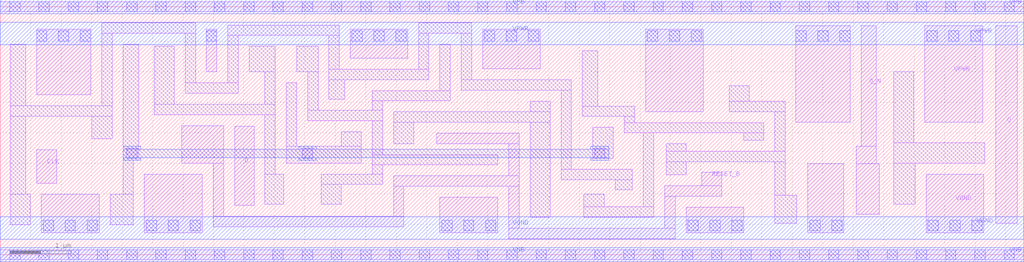
<source format=lef>
# Copyright 2020 The SkyWater PDK Authors
#
# Licensed under the Apache License, Version 2.0 (the "License");
# you may not use this file except in compliance with the License.
# You may obtain a copy of the License at
#
#     https://www.apache.org/licenses/LICENSE-2.0
#
# Unless required by applicable law or agreed to in writing, software
# distributed under the License is distributed on an "AS IS" BASIS,
# WITHOUT WARRANTIES OR CONDITIONS OF ANY KIND, either express or implied.
# See the License for the specific language governing permissions and
# limitations under the License.
#
# SPDX-License-Identifier: Apache-2.0

VERSION 5.7 ;
  NAMESCASESENSITIVE ON ;
  NOWIREEXTENSIONATPIN ON ;
  DIVIDERCHAR "/" ;
  BUSBITCHARS "[]" ;
UNITS
  DATABASE MICRONS 200 ;
END UNITS
MACRO sky130_fd_sc_hvl__dfrbp_1
  CLASS CORE ;
  SOURCE USER ;
  FOREIGN sky130_fd_sc_hvl__dfrbp_1 ;
  ORIGIN  0.000000  0.000000 ;
  SIZE  16.80000 BY  4.070000 ;
  SYMMETRY X Y ;
  SITE unithv ;
  PIN D
    ANTENNAGATEAREA  0.420000 ;
    DIRECTION INPUT ;
    USE SIGNAL ;
    PORT
      LAYER li1 ;
        RECT 3.850000 0.810000 4.165000 2.105000 ;
    END
  END D
  PIN Q
    ANTENNADIFFAREA  0.626250 ;
    DIRECTION OUTPUT ;
    USE SIGNAL ;
    PORT
      LAYER li1 ;
        RECT 16.340000 0.515000 16.690000 3.755000 ;
    END
  END Q
  PIN Q_N
    ANTENNADIFFAREA  0.641250 ;
    DIRECTION OUTPUT ;
    USE SIGNAL ;
    PORT
      LAYER li1 ;
        RECT 14.045000 0.665000 14.425000 1.495000 ;
        RECT 14.045000 1.495000 14.380000 1.780000 ;
        RECT 14.130000 1.780000 14.380000 3.755000 ;
    END
  END Q_N
  PIN RESET_B
    ANTENNAGATEAREA  1.260000 ;
    DIRECTION INPUT ;
    USE SIGNAL ;
    PORT
      LAYER li1 ;
        RECT  2.980000 1.505000  3.665000 2.120000 ;
        RECT  3.495000 0.460000  6.625000 0.630000 ;
        RECT  3.495000 0.630000  3.665000 1.505000 ;
        RECT  6.455000 0.630000  6.625000 1.125000 ;
        RECT  6.455000 1.125000  8.515000 1.295000 ;
        RECT  7.165000 1.825000  8.515000 1.995000 ;
        RECT  8.345000 0.265000 11.075000 0.435000 ;
        RECT  8.345000 0.435000  8.515000 1.125000 ;
        RECT  8.345000 1.295000  8.515000 1.825000 ;
        RECT 10.905000 0.435000 11.075000 0.960000 ;
        RECT 10.905000 0.960000 11.840000 1.130000 ;
        RECT 11.510000 1.130000 11.840000 1.350000 ;
    END
  END RESET_B
  PIN CLK
    ANTENNAGATEAREA  0.585000 ;
    DIRECTION INPUT ;
    USE CLOCK ;
    PORT
      LAYER li1 ;
        RECT 0.595000 1.175000 0.925000 1.720000 ;
    END
  END CLK
  PIN VGND
    DIRECTION INOUT ;
    USE GROUND ;
    PORT
      LAYER li1 ;
        RECT  0.675000 0.365000  1.625000 0.995000 ;
        RECT  2.365000 0.365000  3.315000 1.325000 ;
        RECT  7.215000 0.365000  8.165000 0.945000 ;
        RECT 11.255000 0.365000 12.205000 0.780000 ;
        RECT 13.255000 0.365000 13.845000 1.495000 ;
        RECT 15.195000 0.365000 16.145000 1.325000 ;
      LAYER mcon ;
        RECT  0.705000 0.395000  0.875000 0.565000 ;
        RECT  1.065000 0.395000  1.235000 0.565000 ;
        RECT  1.425000 0.395000  1.595000 0.565000 ;
        RECT  2.395000 0.395000  2.565000 0.565000 ;
        RECT  2.755000 0.395000  2.925000 0.565000 ;
        RECT  3.115000 0.395000  3.285000 0.565000 ;
        RECT  7.245000 0.395000  7.415000 0.565000 ;
        RECT  7.605000 0.395000  7.775000 0.565000 ;
        RECT  7.965000 0.395000  8.135000 0.565000 ;
        RECT 11.285000 0.395000 11.455000 0.565000 ;
        RECT 11.645000 0.395000 11.815000 0.565000 ;
        RECT 12.005000 0.395000 12.175000 0.565000 ;
        RECT 13.285000 0.395000 13.455000 0.565000 ;
        RECT 13.645000 0.395000 13.815000 0.565000 ;
        RECT 15.225000 0.395000 15.395000 0.565000 ;
        RECT 15.585000 0.395000 15.755000 0.565000 ;
        RECT 15.945000 0.395000 16.115000 0.565000 ;
      LAYER met1 ;
        RECT 0.000000 0.255000 16.800000 0.625000 ;
    END
  END VGND
  PIN VNB
    DIRECTION INOUT ;
    USE GROUND ;
    PORT
      LAYER li1 ;
        RECT 0.000000 -0.085000 16.800000 0.085000 ;
      LAYER mcon ;
        RECT  0.155000 -0.085000  0.325000 0.085000 ;
        RECT  0.635000 -0.085000  0.805000 0.085000 ;
        RECT  1.115000 -0.085000  1.285000 0.085000 ;
        RECT  1.595000 -0.085000  1.765000 0.085000 ;
        RECT  2.075000 -0.085000  2.245000 0.085000 ;
        RECT  2.555000 -0.085000  2.725000 0.085000 ;
        RECT  3.035000 -0.085000  3.205000 0.085000 ;
        RECT  3.515000 -0.085000  3.685000 0.085000 ;
        RECT  3.995000 -0.085000  4.165000 0.085000 ;
        RECT  4.475000 -0.085000  4.645000 0.085000 ;
        RECT  4.955000 -0.085000  5.125000 0.085000 ;
        RECT  5.435000 -0.085000  5.605000 0.085000 ;
        RECT  5.915000 -0.085000  6.085000 0.085000 ;
        RECT  6.395000 -0.085000  6.565000 0.085000 ;
        RECT  6.875000 -0.085000  7.045000 0.085000 ;
        RECT  7.355000 -0.085000  7.525000 0.085000 ;
        RECT  7.835000 -0.085000  8.005000 0.085000 ;
        RECT  8.315000 -0.085000  8.485000 0.085000 ;
        RECT  8.795000 -0.085000  8.965000 0.085000 ;
        RECT  9.275000 -0.085000  9.445000 0.085000 ;
        RECT  9.755000 -0.085000  9.925000 0.085000 ;
        RECT 10.235000 -0.085000 10.405000 0.085000 ;
        RECT 10.715000 -0.085000 10.885000 0.085000 ;
        RECT 11.195000 -0.085000 11.365000 0.085000 ;
        RECT 11.675000 -0.085000 11.845000 0.085000 ;
        RECT 12.155000 -0.085000 12.325000 0.085000 ;
        RECT 12.635000 -0.085000 12.805000 0.085000 ;
        RECT 13.115000 -0.085000 13.285000 0.085000 ;
        RECT 13.595000 -0.085000 13.765000 0.085000 ;
        RECT 14.075000 -0.085000 14.245000 0.085000 ;
        RECT 14.555000 -0.085000 14.725000 0.085000 ;
        RECT 15.035000 -0.085000 15.205000 0.085000 ;
        RECT 15.515000 -0.085000 15.685000 0.085000 ;
        RECT 15.995000 -0.085000 16.165000 0.085000 ;
        RECT 16.475000 -0.085000 16.645000 0.085000 ;
      LAYER met1 ;
        RECT 0.000000 -0.115000 16.800000 0.115000 ;
    END
  END VNB
  PIN VPB
    DIRECTION INOUT ;
    USE POWER ;
    PORT
      LAYER li1 ;
        RECT 0.000000 3.985000 16.800000 4.155000 ;
      LAYER mcon ;
        RECT  0.155000 3.985000  0.325000 4.155000 ;
        RECT  0.635000 3.985000  0.805000 4.155000 ;
        RECT  1.115000 3.985000  1.285000 4.155000 ;
        RECT  1.595000 3.985000  1.765000 4.155000 ;
        RECT  2.075000 3.985000  2.245000 4.155000 ;
        RECT  2.555000 3.985000  2.725000 4.155000 ;
        RECT  3.035000 3.985000  3.205000 4.155000 ;
        RECT  3.515000 3.985000  3.685000 4.155000 ;
        RECT  3.995000 3.985000  4.165000 4.155000 ;
        RECT  4.475000 3.985000  4.645000 4.155000 ;
        RECT  4.955000 3.985000  5.125000 4.155000 ;
        RECT  5.435000 3.985000  5.605000 4.155000 ;
        RECT  5.915000 3.985000  6.085000 4.155000 ;
        RECT  6.395000 3.985000  6.565000 4.155000 ;
        RECT  6.875000 3.985000  7.045000 4.155000 ;
        RECT  7.355000 3.985000  7.525000 4.155000 ;
        RECT  7.835000 3.985000  8.005000 4.155000 ;
        RECT  8.315000 3.985000  8.485000 4.155000 ;
        RECT  8.795000 3.985000  8.965000 4.155000 ;
        RECT  9.275000 3.985000  9.445000 4.155000 ;
        RECT  9.755000 3.985000  9.925000 4.155000 ;
        RECT 10.235000 3.985000 10.405000 4.155000 ;
        RECT 10.715000 3.985000 10.885000 4.155000 ;
        RECT 11.195000 3.985000 11.365000 4.155000 ;
        RECT 11.675000 3.985000 11.845000 4.155000 ;
        RECT 12.155000 3.985000 12.325000 4.155000 ;
        RECT 12.635000 3.985000 12.805000 4.155000 ;
        RECT 13.115000 3.985000 13.285000 4.155000 ;
        RECT 13.595000 3.985000 13.765000 4.155000 ;
        RECT 14.075000 3.985000 14.245000 4.155000 ;
        RECT 14.555000 3.985000 14.725000 4.155000 ;
        RECT 15.035000 3.985000 15.205000 4.155000 ;
        RECT 15.515000 3.985000 15.685000 4.155000 ;
        RECT 15.995000 3.985000 16.165000 4.155000 ;
        RECT 16.475000 3.985000 16.645000 4.155000 ;
      LAYER met1 ;
        RECT 0.000000 3.955000 16.800000 4.185000 ;
    END
  END VPB
  PIN VPWR
    DIRECTION INOUT ;
    USE POWER ;
    PORT
      LAYER li1 ;
        RECT  0.595000 2.625000  1.485000 3.705000 ;
        RECT  3.385000 3.000000  3.555000 3.705000 ;
        RECT  5.745000 3.225000  6.685000 3.705000 ;
        RECT  7.915000 3.050000  8.865000 3.705000 ;
        RECT 10.590000 2.350000 11.540000 3.705000 ;
        RECT 13.060000 2.175000 13.950000 3.755000 ;
        RECT 15.175000 2.175000 16.125000 3.755000 ;
      LAYER mcon ;
        RECT  0.595000 3.505000  0.765000 3.675000 ;
        RECT  0.955000 3.505000  1.125000 3.675000 ;
        RECT  1.315000 3.505000  1.485000 3.675000 ;
        RECT  3.385000 3.505000  3.555000 3.675000 ;
        RECT  5.770000 3.505000  5.940000 3.675000 ;
        RECT  6.130000 3.505000  6.300000 3.675000 ;
        RECT  6.490000 3.505000  6.660000 3.675000 ;
        RECT  7.945000 3.505000  8.115000 3.675000 ;
        RECT  8.305000 3.505000  8.475000 3.675000 ;
        RECT  8.665000 3.505000  8.835000 3.675000 ;
        RECT 10.620000 3.505000 10.790000 3.675000 ;
        RECT 10.980000 3.505000 11.150000 3.675000 ;
        RECT 11.340000 3.505000 11.510000 3.675000 ;
        RECT 13.060000 3.505000 13.230000 3.675000 ;
        RECT 13.420000 3.505000 13.590000 3.675000 ;
        RECT 13.780000 3.505000 13.950000 3.675000 ;
        RECT 15.205000 3.505000 15.375000 3.675000 ;
        RECT 15.565000 3.505000 15.735000 3.675000 ;
        RECT 15.925000 3.505000 16.095000 3.675000 ;
      LAYER met1 ;
        RECT 0.000000 3.445000 16.800000 3.815000 ;
    END
  END VPWR
  OBS
    LAYER li1 ;
      RECT  0.165000 0.495000  0.495000 0.995000 ;
      RECT  0.165000 0.995000  0.415000 2.275000 ;
      RECT  0.165000 2.275000  1.835000 2.445000 ;
      RECT  0.165000 2.445000  0.415000 3.455000 ;
      RECT  1.505000 1.900000  1.835000 2.275000 ;
      RECT  1.665000 2.445000  1.835000 3.635000 ;
      RECT  1.665000 3.635000  3.205000 3.805000 ;
      RECT  1.805000 0.495000  2.185000 0.995000 ;
      RECT  2.015000 0.995000  2.185000 1.550000 ;
      RECT  2.015000 1.550000  2.275000 3.455000 ;
      RECT  2.525000 2.300000  4.515000 2.470000 ;
      RECT  2.525000 2.470000  2.855000 3.420000 ;
      RECT  3.035000 2.650000  3.905000 2.820000 ;
      RECT  3.035000 2.820000  3.205000 3.635000 ;
      RECT  3.735000 2.820000  3.905000 3.600000 ;
      RECT  3.735000 3.600000  5.565000 3.770000 ;
      RECT  4.085000 3.000000  4.515000 3.420000 ;
      RECT  4.345000 0.825000  4.655000 1.325000 ;
      RECT  4.345000 1.325000  4.515000 2.300000 ;
      RECT  4.345000 2.470000  4.515000 3.000000 ;
      RECT  4.695000 1.505000  5.925000 1.780000 ;
      RECT  4.695000 1.780000  4.865000 2.820000 ;
      RECT  4.865000 3.000000  5.215000 3.420000 ;
      RECT  5.045000 2.200000  6.275000 2.370000 ;
      RECT  5.045000 2.370000  5.215000 3.000000 ;
      RECT  5.270000 0.825000  5.600000 1.155000 ;
      RECT  5.270000 1.155000  6.275000 1.325000 ;
      RECT  5.395000 2.550000  5.650000 2.875000 ;
      RECT  5.395000 2.875000  7.035000 3.045000 ;
      RECT  5.395000 3.045000  5.565000 3.600000 ;
      RECT  5.595000 1.780000  5.925000 2.020000 ;
      RECT  6.105000 1.325000  6.275000 1.475000 ;
      RECT  6.105000 1.475000  8.165000 1.645000 ;
      RECT  6.105000 1.645000  6.275000 2.200000 ;
      RECT  6.105000 2.370000  6.275000 2.525000 ;
      RECT  6.105000 2.525000  7.385000 2.695000 ;
      RECT  6.455000 1.825000  6.785000 2.175000 ;
      RECT  6.455000 2.175000  9.025000 2.345000 ;
      RECT  6.865000 3.045000  7.035000 3.635000 ;
      RECT  6.865000 3.635000  7.735000 3.805000 ;
      RECT  7.215000 2.695000  7.385000 3.455000 ;
      RECT  7.565000 2.700000  9.375000 2.870000 ;
      RECT  7.565000 2.870000  7.735000 3.635000 ;
      RECT  8.695000 0.615000  9.025000 2.175000 ;
      RECT  8.695000 2.345000  9.025000 2.520000 ;
      RECT  9.205000 1.230000 10.375000 1.400000 ;
      RECT  9.205000 1.400000  9.375000 2.700000 ;
      RECT  9.555000 2.270000 10.410000 2.440000 ;
      RECT  9.555000 2.440000  9.805000 3.350000 ;
      RECT  9.580000 0.615000 10.725000 0.785000 ;
      RECT  9.580000 0.785000  9.910000 0.995000 ;
      RECT  9.725000 1.580000 10.060000 2.090000 ;
      RECT 10.090000 1.070000 10.375000 1.230000 ;
      RECT 10.240000 2.000000 12.530000 2.170000 ;
      RECT 10.240000 2.170000 10.410000 2.270000 ;
      RECT 10.555000 0.785000 10.725000 2.000000 ;
      RECT 10.930000 1.310000 11.260000 1.530000 ;
      RECT 10.930000 1.530000 12.880000 1.700000 ;
      RECT 10.930000 1.700000 11.260000 1.820000 ;
      RECT 11.965000 2.350000 12.880000 2.520000 ;
      RECT 11.965000 2.520000 12.295000 2.770000 ;
      RECT 12.200000 1.880000 12.530000 2.000000 ;
      RECT 12.710000 0.515000 13.075000 0.975000 ;
      RECT 12.710000 0.975000 12.880000 1.530000 ;
      RECT 12.710000 1.700000 12.880000 2.350000 ;
      RECT 14.665000 0.825000 15.015000 1.505000 ;
      RECT 14.665000 1.505000 16.160000 1.835000 ;
      RECT 14.665000 1.835000 14.995000 3.005000 ;
    LAYER mcon ;
      RECT 2.075000 1.580000 2.245000 1.750000 ;
      RECT 4.955000 1.580000 5.125000 1.750000 ;
      RECT 9.755000 1.580000 9.925000 1.750000 ;
    LAYER met1 ;
      RECT 2.015000 1.550000 2.305000 1.595000 ;
      RECT 2.015000 1.595000 9.985000 1.735000 ;
      RECT 2.015000 1.735000 2.305000 1.780000 ;
      RECT 4.895000 1.550000 5.185000 1.595000 ;
      RECT 4.895000 1.735000 5.185000 1.780000 ;
      RECT 9.695000 1.550000 9.985000 1.595000 ;
      RECT 9.695000 1.735000 9.985000 1.780000 ;
  END
END sky130_fd_sc_hvl__dfrbp_1

</source>
